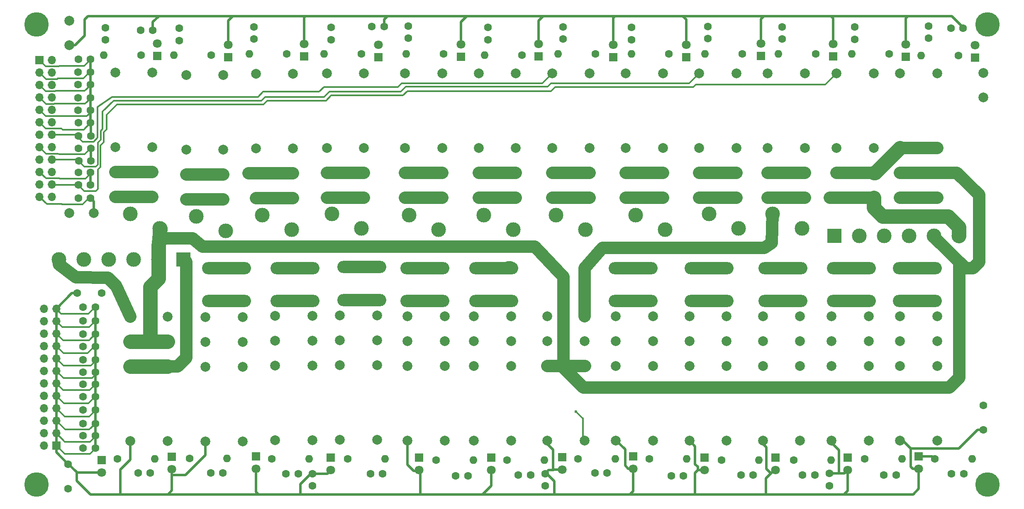
<source format=gbr>
G04 #@! TF.FileFunction,Copper,L2,Bot,Signal*
%FSLAX46Y46*%
G04 Gerber Fmt 4.6, Leading zero omitted, Abs format (unit mm)*
G04 Created by KiCad (PCBNEW 4.0.7) date 11/23/19 23:12:24*
%MOMM*%
%LPD*%
G01*
G04 APERTURE LIST*
%ADD10C,0.100000*%
%ADD11C,2.000000*%
%ADD12R,1.800000X1.800000*%
%ADD13C,1.800000*%
%ADD14C,1.600000*%
%ADD15C,5.000000*%
%ADD16O,1.600000X1.600000*%
%ADD17R,1.700000X1.700000*%
%ADD18O,1.700000X1.700000*%
%ADD19C,3.000000*%
%ADD20R,3.000000X3.000000*%
%ADD21C,1.700000*%
%ADD22O,10.000000X2.500000*%
%ADD23C,0.600000*%
%ADD24C,2.500000*%
%ADD25C,0.350000*%
%ADD26C,0.500000*%
%ADD27C,3.000000*%
G04 APERTURE END LIST*
D10*
D11*
X52100000Y-118100000D03*
X52100000Y-102860000D03*
X52100000Y-92700000D03*
X52100000Y-97780000D03*
X59700000Y-118100000D03*
X59700000Y-97780000D03*
X59700000Y-102860000D03*
X59700000Y-92700000D03*
D12*
X154690000Y-121200000D03*
D13*
X154690000Y-123740000D03*
D14*
X41500000Y-40100000D03*
X44000000Y-40100000D03*
X41450000Y-42700000D03*
X43950000Y-42700000D03*
X41450000Y-45300000D03*
X43950000Y-45300000D03*
X41450000Y-47950000D03*
X43950000Y-47950000D03*
X41450000Y-50500000D03*
X43950000Y-50500000D03*
X41500000Y-53100000D03*
X44000000Y-53100000D03*
X41540000Y-55790000D03*
X44040000Y-55790000D03*
X41560000Y-58340000D03*
X44060000Y-58340000D03*
X41600000Y-60830000D03*
X44100000Y-60830000D03*
X41500000Y-63250000D03*
X44000000Y-63250000D03*
D11*
X226150000Y-47900000D03*
X226150000Y-42900000D03*
D14*
X41500000Y-65750000D03*
X44000000Y-65750000D03*
X42500000Y-90750000D03*
X45000000Y-90750000D03*
X185100000Y-36000000D03*
X185100000Y-33500000D03*
X170000000Y-35900000D03*
X170000000Y-33400000D03*
X154400000Y-36100000D03*
X154400000Y-33600000D03*
X140400000Y-36000000D03*
X140400000Y-33500000D03*
X125100000Y-36100000D03*
X125100000Y-33600000D03*
X108800000Y-35800000D03*
X108800000Y-33300000D03*
X93100000Y-36100000D03*
X93100000Y-33600000D03*
X77300000Y-36000000D03*
X77300000Y-33500000D03*
X62100000Y-36300000D03*
X62100000Y-33800000D03*
X47000000Y-36150000D03*
X47000000Y-33650000D03*
D11*
X39675000Y-32250000D03*
X39675000Y-37250000D03*
X39650000Y-71500000D03*
X44650000Y-71500000D03*
D14*
X41500000Y-68500000D03*
X44000000Y-68500000D03*
X54200000Y-34150000D03*
X56700000Y-34150000D03*
X219550000Y-33750000D03*
X222050000Y-33750000D03*
X101400000Y-33450000D03*
X103900000Y-33450000D03*
X215050000Y-35800000D03*
X215050000Y-33300000D03*
X199950000Y-36050000D03*
X199950000Y-33550000D03*
D12*
X57650000Y-39450000D03*
D13*
X57650000Y-36910000D03*
D12*
X72100000Y-39650000D03*
D13*
X72100000Y-37110000D03*
D12*
X87600000Y-39550000D03*
D13*
X87600000Y-37010000D03*
D12*
X102700000Y-39650000D03*
D13*
X102700000Y-37110000D03*
D12*
X119600000Y-39600000D03*
D13*
X119600000Y-37060000D03*
D12*
X135400000Y-39550000D03*
D13*
X135400000Y-37010000D03*
D12*
X150700000Y-39700000D03*
D13*
X150700000Y-37160000D03*
D12*
X165550000Y-39650000D03*
D13*
X165550000Y-37110000D03*
D12*
X180800000Y-39450000D03*
D13*
X180800000Y-36910000D03*
D12*
X195550000Y-39550000D03*
D13*
X195550000Y-37010000D03*
D12*
X224520000Y-39810000D03*
D13*
X224520000Y-37270000D03*
D12*
X210310000Y-39620000D03*
D13*
X210310000Y-37080000D03*
D15*
X33000000Y-33000000D03*
X33000000Y-127000000D03*
X227000000Y-33000000D03*
X227000000Y-127000000D03*
D14*
X54350000Y-39300000D03*
D16*
X46730000Y-39300000D03*
D14*
X68600000Y-39250000D03*
D16*
X60980000Y-39250000D03*
D14*
X84000000Y-39000000D03*
D16*
X76380000Y-39000000D03*
D14*
X99250000Y-39000000D03*
D16*
X91630000Y-39000000D03*
D14*
X116000000Y-39000000D03*
D16*
X108380000Y-39000000D03*
D14*
X132000000Y-39300000D03*
D16*
X124380000Y-39300000D03*
D14*
X147000000Y-39000000D03*
D16*
X139380000Y-39000000D03*
D14*
X162000000Y-39000000D03*
D16*
X154380000Y-39000000D03*
D14*
X177000000Y-39000000D03*
D16*
X169380000Y-39000000D03*
D14*
X192000000Y-39000000D03*
D16*
X184380000Y-39000000D03*
D14*
X207000000Y-39000000D03*
D16*
X199380000Y-39000000D03*
D14*
X221090000Y-39320000D03*
D16*
X213470000Y-39320000D03*
D11*
X56632000Y-42832000D03*
X56632000Y-58072000D03*
X56632000Y-68232000D03*
X56632000Y-63152000D03*
X49032000Y-42832000D03*
X49032000Y-63152000D03*
X49032000Y-58072000D03*
X49032000Y-68232000D03*
X71110000Y-43340000D03*
X71110000Y-58580000D03*
X71110000Y-68740000D03*
X71110000Y-63660000D03*
X63510000Y-43340000D03*
X63510000Y-63660000D03*
X63510000Y-58580000D03*
X63510000Y-68740000D03*
X85334000Y-43086000D03*
X85334000Y-58326000D03*
X85334000Y-68486000D03*
X85334000Y-63406000D03*
X77734000Y-43086000D03*
X77734000Y-63406000D03*
X77734000Y-58326000D03*
X77734000Y-68486000D03*
X99800000Y-43000000D03*
X99800000Y-58240000D03*
X99800000Y-68400000D03*
X99800000Y-63320000D03*
X92200000Y-43000000D03*
X92200000Y-63320000D03*
X92200000Y-58240000D03*
X92200000Y-68400000D03*
X115800000Y-43000000D03*
X115800000Y-58240000D03*
X115800000Y-68400000D03*
X115800000Y-63320000D03*
X108200000Y-43000000D03*
X108200000Y-63320000D03*
X108200000Y-58240000D03*
X108200000Y-68400000D03*
X130800000Y-43000000D03*
X130800000Y-58240000D03*
X130800000Y-68400000D03*
X130800000Y-63320000D03*
X123200000Y-43000000D03*
X123200000Y-63320000D03*
X123200000Y-58240000D03*
X123200000Y-68400000D03*
X145800000Y-43000000D03*
X145800000Y-58240000D03*
X145800000Y-68400000D03*
X145800000Y-63320000D03*
X138200000Y-43000000D03*
X138200000Y-63320000D03*
X138200000Y-58240000D03*
X138200000Y-68400000D03*
X160800000Y-43000000D03*
X160800000Y-58240000D03*
X160800000Y-68400000D03*
X160800000Y-63320000D03*
X153200000Y-43000000D03*
X153200000Y-63320000D03*
X153200000Y-58240000D03*
X153200000Y-68400000D03*
X175800000Y-43000000D03*
X175800000Y-58240000D03*
X175800000Y-68400000D03*
X175800000Y-63320000D03*
X168200000Y-43000000D03*
X168200000Y-63320000D03*
X168200000Y-58240000D03*
X168200000Y-68400000D03*
X189800000Y-43000000D03*
X189800000Y-58240000D03*
X189800000Y-68400000D03*
X189800000Y-63320000D03*
X182200000Y-43000000D03*
X182200000Y-63320000D03*
X182200000Y-58240000D03*
X182200000Y-68400000D03*
X203800000Y-43000000D03*
X203800000Y-58240000D03*
X203800000Y-68400000D03*
X203800000Y-63320000D03*
X196200000Y-43000000D03*
X196200000Y-63320000D03*
X196200000Y-58240000D03*
X196200000Y-68400000D03*
X216800000Y-43000000D03*
X216800000Y-58240000D03*
X216800000Y-68400000D03*
X216800000Y-63320000D03*
X209200000Y-43000000D03*
X209200000Y-63320000D03*
X209200000Y-58240000D03*
X209200000Y-68400000D03*
D17*
X33600000Y-40300000D03*
D18*
X36140000Y-40300000D03*
X33600000Y-42840000D03*
X36140000Y-42840000D03*
X33600000Y-45380000D03*
X36140000Y-45380000D03*
X33600000Y-47920000D03*
X36140000Y-47920000D03*
X33600000Y-50460000D03*
X36140000Y-50460000D03*
X33600000Y-53000000D03*
X36140000Y-53000000D03*
X33600000Y-55540000D03*
X36140000Y-55540000D03*
X33600000Y-58080000D03*
X36140000Y-58080000D03*
X33600000Y-60620000D03*
X36140000Y-60620000D03*
X33600000Y-63160000D03*
X36140000Y-63160000D03*
X33600000Y-65700000D03*
X36140000Y-65700000D03*
X33600000Y-68240000D03*
X36140000Y-68240000D03*
D14*
X42500000Y-93500000D03*
X45000000Y-93500000D03*
X42500000Y-96250000D03*
X45000000Y-96250000D03*
X42500000Y-98750000D03*
X45000000Y-98750000D03*
X42500000Y-101500000D03*
X45000000Y-101500000D03*
X42500000Y-104000000D03*
X45000000Y-104000000D03*
X42500000Y-106500000D03*
X45000000Y-106500000D03*
X42500000Y-109000000D03*
X45000000Y-109000000D03*
X42500000Y-111750000D03*
X45000000Y-111750000D03*
X42500000Y-114500000D03*
X45000000Y-114500000D03*
X42500000Y-117000000D03*
X45000000Y-117000000D03*
X42500000Y-119500000D03*
X45000000Y-119500000D03*
X89250000Y-127250000D03*
X89250000Y-124750000D03*
X194800000Y-127200000D03*
X194800000Y-124700000D03*
X136750000Y-127250000D03*
X136750000Y-124750000D03*
X46250000Y-87900000D03*
X41250000Y-87900000D03*
X226200000Y-110800000D03*
X226200000Y-115800000D03*
X39400000Y-127800000D03*
X39400000Y-122800000D03*
X149400000Y-124600000D03*
X146900000Y-124600000D03*
X222200000Y-124800000D03*
X219700000Y-124800000D03*
X208400000Y-125000000D03*
X205900000Y-125000000D03*
X191800000Y-125000000D03*
X189300000Y-125000000D03*
X179200000Y-125000000D03*
X176700000Y-125000000D03*
X165000000Y-125200000D03*
X162500000Y-125200000D03*
X133800000Y-125000000D03*
X131300000Y-125000000D03*
X121000000Y-125200000D03*
X118500000Y-125200000D03*
X103600000Y-124800000D03*
X101100000Y-124800000D03*
X86400000Y-124800000D03*
X83900000Y-124800000D03*
X71000000Y-124600000D03*
X68500000Y-124600000D03*
X56200000Y-124600000D03*
X53700000Y-124600000D03*
D12*
X140270000Y-121350000D03*
D13*
X140270000Y-123890000D03*
D12*
X213000000Y-121250000D03*
D13*
X213000000Y-123790000D03*
D12*
X198500000Y-121500000D03*
D13*
X198500000Y-124040000D03*
D12*
X183750000Y-121500000D03*
D13*
X183750000Y-124040000D03*
D12*
X169250000Y-121500000D03*
D13*
X169250000Y-124040000D03*
D12*
X125750000Y-121500000D03*
D13*
X125750000Y-124040000D03*
D12*
X111000000Y-121500000D03*
D13*
X111000000Y-124040000D03*
D12*
X93000000Y-121500000D03*
D13*
X93000000Y-124040000D03*
D12*
X77750000Y-121250000D03*
D13*
X77750000Y-123790000D03*
D12*
X60617100Y-121272300D03*
D13*
X60617100Y-123812300D03*
D12*
X46250000Y-122000000D03*
D13*
X46250000Y-124540000D03*
D17*
X37000000Y-119000000D03*
D18*
X34460000Y-119000000D03*
X37000000Y-116460000D03*
X34460000Y-116460000D03*
X37000000Y-113920000D03*
X34460000Y-113920000D03*
X37000000Y-111380000D03*
X34460000Y-111380000D03*
X37000000Y-108840000D03*
X34460000Y-108840000D03*
X37000000Y-106300000D03*
X34460000Y-106300000D03*
X37000000Y-103760000D03*
X34460000Y-103760000D03*
X37000000Y-101220000D03*
X34460000Y-101220000D03*
X37000000Y-98680000D03*
X34460000Y-98680000D03*
X37000000Y-96140000D03*
X34460000Y-96140000D03*
X37000000Y-93600000D03*
X34460000Y-93600000D03*
X37000000Y-91060000D03*
X34460000Y-91060000D03*
D14*
X143500000Y-121760000D03*
D16*
X151120000Y-121760000D03*
D14*
X216250000Y-121750000D03*
D16*
X223870000Y-121750000D03*
D14*
X202000000Y-121750000D03*
D16*
X209620000Y-121750000D03*
D14*
X187500000Y-122000000D03*
D16*
X195120000Y-122000000D03*
D14*
X172750000Y-122000000D03*
D16*
X180370000Y-122000000D03*
D14*
X158000000Y-121770000D03*
D16*
X165620000Y-121770000D03*
D14*
X129000000Y-122000000D03*
D16*
X136620000Y-122000000D03*
D14*
X114500000Y-122000000D03*
D16*
X122120000Y-122000000D03*
D14*
X96500000Y-121750000D03*
D16*
X104120000Y-121750000D03*
D14*
X81000000Y-121750000D03*
D16*
X88620000Y-121750000D03*
D14*
X64178180Y-121678700D03*
D16*
X71798180Y-121678700D03*
D14*
X49500000Y-121750000D03*
D16*
X57120000Y-121750000D03*
D11*
X67450000Y-118150000D03*
X67450000Y-102910000D03*
X67450000Y-92750000D03*
X67450000Y-97830000D03*
X75050000Y-118150000D03*
X75050000Y-97830000D03*
X75050000Y-102910000D03*
X75050000Y-92750000D03*
X81700000Y-117950000D03*
X81700000Y-102710000D03*
X81700000Y-92550000D03*
X81700000Y-97630000D03*
X89300000Y-117950000D03*
X89300000Y-97630000D03*
X89300000Y-102710000D03*
X89300000Y-92550000D03*
X94850000Y-117800000D03*
X94850000Y-102560000D03*
X94850000Y-92400000D03*
X94850000Y-97480000D03*
X102450000Y-117800000D03*
X102450000Y-97480000D03*
X102450000Y-102560000D03*
X102450000Y-92400000D03*
X108700000Y-118000000D03*
X108700000Y-102760000D03*
X108700000Y-92600000D03*
X108700000Y-97680000D03*
X116300000Y-118000000D03*
X116300000Y-97680000D03*
X116300000Y-102760000D03*
X116300000Y-92600000D03*
X122200000Y-118000000D03*
X122200000Y-102760000D03*
X122200000Y-92600000D03*
X122200000Y-97680000D03*
X129800000Y-118000000D03*
X129800000Y-97680000D03*
X129800000Y-102760000D03*
X129800000Y-92600000D03*
X151200000Y-118000000D03*
X151200000Y-102760000D03*
X151200000Y-92600000D03*
X151200000Y-97680000D03*
X158800000Y-118000000D03*
X158800000Y-97680000D03*
X158800000Y-102760000D03*
X158800000Y-92600000D03*
X166200000Y-118000000D03*
X166200000Y-102760000D03*
X166200000Y-92600000D03*
X166200000Y-97680000D03*
X173800000Y-118000000D03*
X173800000Y-97680000D03*
X173800000Y-102760000D03*
X173800000Y-92600000D03*
X181200000Y-118000000D03*
X181200000Y-102760000D03*
X181200000Y-92600000D03*
X181200000Y-97680000D03*
X188800000Y-118000000D03*
X188800000Y-97680000D03*
X188800000Y-102760000D03*
X188800000Y-92600000D03*
X195200000Y-118000000D03*
X195200000Y-102760000D03*
X195200000Y-92600000D03*
X195200000Y-97680000D03*
X202800000Y-118000000D03*
X202800000Y-97680000D03*
X202800000Y-102760000D03*
X202800000Y-92600000D03*
X209200000Y-118000000D03*
X209200000Y-102760000D03*
X209200000Y-92600000D03*
X209200000Y-97680000D03*
X216800000Y-118000000D03*
X216800000Y-97680000D03*
X216800000Y-102760000D03*
X216800000Y-92600000D03*
X137200000Y-118000000D03*
X137200000Y-102760000D03*
X137200000Y-92600000D03*
X137200000Y-97680000D03*
X144800000Y-118000000D03*
X144800000Y-97680000D03*
X144800000Y-102760000D03*
X144800000Y-92600000D03*
D19*
X200880000Y-76200000D03*
X205960000Y-76200000D03*
D20*
X195800000Y-76200000D03*
D19*
X211040000Y-76200000D03*
X216120000Y-76200000D03*
X221200000Y-76200000D03*
X57870000Y-81000000D03*
X52790000Y-81000000D03*
D20*
X62950000Y-81000000D03*
D19*
X47710000Y-81000000D03*
X42630000Y-81000000D03*
X37550000Y-81000000D03*
X124254000Y-71906000D03*
X130254000Y-74906000D03*
X52118000Y-71652000D03*
X58118000Y-74652000D03*
X138986000Y-71906000D03*
X144986000Y-74906000D03*
X65580000Y-72160000D03*
X71580000Y-75160000D03*
X155242000Y-71906000D03*
X161242000Y-74906000D03*
X79042000Y-71906000D03*
X85042000Y-74906000D03*
X93266000Y-71652000D03*
X99266000Y-74652000D03*
X170228000Y-71652000D03*
X176228000Y-74652000D03*
X183182000Y-71652000D03*
X189182000Y-74652000D03*
X109014000Y-71906000D03*
X115014000Y-74906000D03*
D21*
X123254000Y-89492000D03*
X126254000Y-89492000D03*
X129254000Y-89492000D03*
X123254000Y-82639000D03*
X126254000Y-82639000D03*
X129254000Y-82639000D03*
D22*
X126250000Y-89500000D03*
X126250000Y-82750000D03*
D21*
X209754000Y-89492000D03*
X212754000Y-89492000D03*
X215754000Y-89492000D03*
X209754000Y-82639000D03*
X212754000Y-82639000D03*
X215754000Y-82639000D03*
D22*
X212750000Y-89500000D03*
X212750000Y-82750000D03*
D21*
X196254000Y-89492000D03*
X199254000Y-89492000D03*
X202254000Y-89492000D03*
X196254000Y-82639000D03*
X199254000Y-82639000D03*
X202254000Y-82639000D03*
D22*
X199250000Y-89500000D03*
X199250000Y-82750000D03*
D21*
X109254000Y-89492000D03*
X112254000Y-89492000D03*
X115254000Y-89492000D03*
X109254000Y-82639000D03*
X112254000Y-82639000D03*
X115254000Y-82639000D03*
D22*
X112250000Y-89500000D03*
X112250000Y-82750000D03*
D21*
X96354000Y-89292000D03*
X99354000Y-89292000D03*
X102354000Y-89292000D03*
X96354000Y-82439000D03*
X99354000Y-82439000D03*
X102354000Y-82439000D03*
D22*
X99350000Y-89300000D03*
X99350000Y-82550000D03*
D21*
X182254000Y-89492000D03*
X185254000Y-89492000D03*
X188254000Y-89492000D03*
X182254000Y-82639000D03*
X185254000Y-82639000D03*
X188254000Y-82639000D03*
D22*
X185250000Y-89500000D03*
X185250000Y-82750000D03*
D21*
X82754000Y-89492000D03*
X85754000Y-89492000D03*
X88754000Y-89492000D03*
X82754000Y-82639000D03*
X85754000Y-82639000D03*
X88754000Y-82639000D03*
D22*
X85750000Y-89500000D03*
X85750000Y-82750000D03*
D21*
X167254000Y-89492000D03*
X170254000Y-89492000D03*
X173254000Y-89492000D03*
X167254000Y-82639000D03*
X170254000Y-82639000D03*
X173254000Y-82639000D03*
D22*
X170250000Y-89500000D03*
X170250000Y-82750000D03*
D21*
X151754000Y-89492000D03*
X154754000Y-89492000D03*
X157754000Y-89492000D03*
X151754000Y-82639000D03*
X154754000Y-82639000D03*
X157754000Y-82639000D03*
D22*
X154750000Y-89500000D03*
X154750000Y-82750000D03*
D21*
X68754000Y-89492000D03*
X71754000Y-89492000D03*
X74754000Y-89492000D03*
X68754000Y-82639000D03*
X71754000Y-82639000D03*
X74754000Y-82639000D03*
D22*
X71750000Y-89500000D03*
X71750000Y-82750000D03*
D23*
X143010000Y-112060000D03*
D24*
X129629000Y-82639000D02*
X129254000Y-82639000D01*
D25*
X36140000Y-55540000D02*
X41290000Y-55540000D01*
X41290000Y-55540000D02*
X41540000Y-55790000D01*
X41540000Y-55790000D02*
X41540000Y-56130000D01*
X41540000Y-56130000D02*
X42390000Y-56980000D01*
X136170000Y-45030000D02*
X138200000Y-43000000D01*
X107460000Y-45030000D02*
X136170000Y-45030000D01*
X106730000Y-45760000D02*
X107460000Y-45030000D01*
X91630000Y-45760000D02*
X106730000Y-45760000D01*
X90640000Y-46750000D02*
X91630000Y-45760000D01*
X79240000Y-46750000D02*
X90640000Y-46750000D01*
X78210000Y-47780000D02*
X79240000Y-46750000D01*
X48380000Y-47780000D02*
X78210000Y-47780000D01*
X45410000Y-49860000D02*
X48380000Y-47780000D01*
X45410000Y-56090000D02*
X45410000Y-49860000D01*
X44700000Y-57000000D02*
X45410000Y-56090000D01*
X42390000Y-56980000D02*
X44700000Y-57000000D01*
D26*
X56700000Y-34150000D02*
X56700000Y-32510000D01*
X56700000Y-32510000D02*
X57930000Y-31280000D01*
X72100000Y-37110000D02*
X72100000Y-32230000D01*
X72100000Y-32230000D02*
X73050000Y-31280000D01*
X87600000Y-37010000D02*
X87600000Y-31590000D01*
X87600000Y-31590000D02*
X87910000Y-31280000D01*
X103900000Y-33450000D02*
X103900000Y-31970000D01*
X103900000Y-31970000D02*
X104590000Y-31280000D01*
X119600000Y-37060000D02*
X119600000Y-32460000D01*
X119600000Y-32460000D02*
X120780000Y-31280000D01*
X135400000Y-37010000D02*
X135400000Y-32270000D01*
X135400000Y-32270000D02*
X136390000Y-31280000D01*
X150700000Y-37160000D02*
X150700000Y-31680000D01*
X150700000Y-31680000D02*
X151100000Y-31280000D01*
X165550000Y-37110000D02*
X165550000Y-32000000D01*
X165550000Y-32000000D02*
X164830000Y-31280000D01*
X180800000Y-36910000D02*
X180800000Y-31870000D01*
X180800000Y-31870000D02*
X181390000Y-31280000D01*
X195550000Y-37010000D02*
X195550000Y-31690000D01*
X195550000Y-31690000D02*
X195140000Y-31280000D01*
X210310000Y-37080000D02*
X210310000Y-31770000D01*
X210310000Y-31770000D02*
X210800000Y-31280000D01*
X222050000Y-33750000D02*
X222050000Y-33570000D01*
X222050000Y-33570000D02*
X219760000Y-31280000D01*
X210800000Y-31280000D02*
X219760000Y-31280000D01*
X39675000Y-37250000D02*
X40810000Y-37250000D01*
X40810000Y-37250000D02*
X42790000Y-35270000D01*
X42790000Y-35270000D02*
X42790000Y-31960000D01*
X42790000Y-31960000D02*
X43470000Y-31280000D01*
X43470000Y-31280000D02*
X57930000Y-31280000D01*
X57930000Y-31280000D02*
X73050000Y-31280000D01*
X73050000Y-31280000D02*
X87910000Y-31280000D01*
X87910000Y-31280000D02*
X104590000Y-31280000D01*
X104590000Y-31280000D02*
X120780000Y-31280000D01*
X120780000Y-31280000D02*
X136390000Y-31280000D01*
X136390000Y-31280000D02*
X151100000Y-31280000D01*
X151100000Y-31280000D02*
X164830000Y-31280000D01*
X164830000Y-31280000D02*
X181390000Y-31280000D01*
X181390000Y-31280000D02*
X195140000Y-31280000D01*
X195140000Y-31280000D02*
X210800000Y-31280000D01*
X43950000Y-42700000D02*
X43950000Y-40150000D01*
X43950000Y-40150000D02*
X44000000Y-40100000D01*
X43950000Y-45300000D02*
X43950000Y-42700000D01*
X43950000Y-47950000D02*
X43950000Y-45300000D01*
X43950000Y-50500000D02*
X43950000Y-47950000D01*
X44000000Y-53100000D02*
X44000000Y-50550000D01*
X44000000Y-50550000D02*
X43950000Y-50500000D01*
X44040000Y-55790000D02*
X44040000Y-53140000D01*
X44040000Y-53140000D02*
X44000000Y-53100000D01*
X44100000Y-60830000D02*
X44100000Y-58380000D01*
X44100000Y-58380000D02*
X44060000Y-58340000D01*
X44000000Y-65750000D02*
X44000000Y-63250000D01*
X44650000Y-71500000D02*
X44650000Y-69150000D01*
X44650000Y-69150000D02*
X44000000Y-68500000D01*
D25*
X44000000Y-68500000D02*
X43630000Y-68500000D01*
X43630000Y-68500000D02*
X42410000Y-69720000D01*
X35060000Y-69700000D02*
X33600000Y-68240000D01*
X38120000Y-69700000D02*
X35060000Y-69700000D01*
X38140000Y-69720000D02*
X38120000Y-69700000D01*
X42410000Y-69720000D02*
X38140000Y-69720000D01*
X44000000Y-63250000D02*
X44000000Y-63460000D01*
X44000000Y-63460000D02*
X42980000Y-64480000D01*
X34890000Y-64450000D02*
X33600000Y-63160000D01*
X37650000Y-64450000D02*
X34890000Y-64450000D01*
X37680000Y-64480000D02*
X37650000Y-64450000D01*
X42980000Y-64480000D02*
X37680000Y-64480000D01*
X44060000Y-58340000D02*
X43990000Y-58340000D01*
X43990000Y-58340000D02*
X42800000Y-59530000D01*
X34900000Y-59380000D02*
X33600000Y-58080000D01*
X37380000Y-59380000D02*
X34900000Y-59380000D01*
X37530000Y-59530000D02*
X37380000Y-59380000D01*
X42800000Y-59530000D02*
X37530000Y-59530000D01*
X44000000Y-53100000D02*
X43980000Y-53100000D01*
X43980000Y-53100000D02*
X42610000Y-54470000D01*
X34850000Y-54250000D02*
X33600000Y-53000000D01*
X38050000Y-54250000D02*
X34850000Y-54250000D01*
X38270000Y-54470000D02*
X38050000Y-54250000D01*
X42610000Y-54470000D02*
X38270000Y-54470000D01*
X43950000Y-50500000D02*
X43950000Y-51010000D01*
X43950000Y-51010000D02*
X43220000Y-51740000D01*
X34850000Y-51710000D02*
X33600000Y-50460000D01*
X36870000Y-51710000D02*
X34850000Y-51710000D01*
X36900000Y-51740000D02*
X36870000Y-51710000D01*
X43220000Y-51740000D02*
X36900000Y-51740000D01*
X43950000Y-47950000D02*
X43950000Y-48120000D01*
X43950000Y-48120000D02*
X42890000Y-49180000D01*
X34910000Y-49230000D02*
X33600000Y-47920000D01*
X36540000Y-49230000D02*
X34910000Y-49230000D01*
X36590000Y-49180000D02*
X36540000Y-49230000D01*
X42890000Y-49180000D02*
X36590000Y-49180000D01*
X43950000Y-45300000D02*
X43950000Y-45430000D01*
X43950000Y-45430000D02*
X42800000Y-46580000D01*
X34870000Y-46650000D02*
X33600000Y-45380000D01*
X36820000Y-46650000D02*
X34870000Y-46650000D01*
X36890000Y-46580000D02*
X36820000Y-46650000D01*
X42800000Y-46580000D02*
X36890000Y-46580000D01*
X43950000Y-42700000D02*
X43830000Y-42700000D01*
X43830000Y-42700000D02*
X42520000Y-44010000D01*
X34900000Y-44140000D02*
X33600000Y-42840000D01*
X37190000Y-44140000D02*
X34900000Y-44140000D01*
X37320000Y-44010000D02*
X37190000Y-44140000D01*
X42520000Y-44010000D02*
X37320000Y-44010000D01*
X44000000Y-40100000D02*
X44000000Y-40160000D01*
X44000000Y-40160000D02*
X42720000Y-41440000D01*
X42720000Y-41440000D02*
X37660000Y-41440000D01*
X37660000Y-41440000D02*
X37530000Y-41570000D01*
X37530000Y-41570000D02*
X34870000Y-41570000D01*
X34870000Y-41570000D02*
X33600000Y-40300000D01*
X36140000Y-60620000D02*
X41390000Y-60620000D01*
X41390000Y-60620000D02*
X41600000Y-60830000D01*
X41600000Y-60830000D02*
X41600000Y-60940000D01*
X41600000Y-60940000D02*
X42710000Y-62050000D01*
X42710000Y-62050000D02*
X45070000Y-62050000D01*
X45070000Y-62050000D02*
X45480000Y-61640000D01*
X45480000Y-61640000D02*
X45480000Y-57100000D01*
X45480000Y-57100000D02*
X46070000Y-56510000D01*
X46070000Y-56510000D02*
X46070000Y-54730000D01*
X46070000Y-54730000D02*
X46470000Y-54330000D01*
X46470000Y-54330000D02*
X46470000Y-50760000D01*
X46470000Y-50760000D02*
X48690000Y-48540000D01*
X48690000Y-48540000D02*
X78830000Y-48540000D01*
X78830000Y-48540000D02*
X79590000Y-47780000D01*
X79590000Y-47780000D02*
X91670000Y-47780000D01*
X91670000Y-47780000D02*
X92740000Y-46710000D01*
X92740000Y-46710000D02*
X107330000Y-46710000D01*
X107330000Y-46710000D02*
X108360000Y-45680000D01*
X108360000Y-45680000D02*
X137270000Y-45680000D01*
X137270000Y-45680000D02*
X137920000Y-45030000D01*
X137920000Y-45030000D02*
X166170000Y-45030000D01*
X166170000Y-45030000D02*
X168200000Y-43000000D01*
D24*
X140462000Y-102760000D02*
X140462000Y-103124000D01*
X221234000Y-81534000D02*
X222504000Y-82804000D01*
X221234000Y-105156000D02*
X221234000Y-81534000D01*
X219202000Y-107188000D02*
X221234000Y-105156000D01*
X144526000Y-107188000D02*
X219202000Y-107188000D01*
X140462000Y-103124000D02*
X144526000Y-107188000D01*
X140462000Y-102760000D02*
X140462000Y-102760000D01*
X140462000Y-102760000D02*
X140462000Y-84582000D01*
X57998380Y-76708000D02*
X57998380Y-76708005D01*
X64770000Y-76708000D02*
X57998380Y-76708000D01*
X66856000Y-78394000D02*
X64770000Y-76708000D01*
X134674000Y-78394000D02*
X66856000Y-78394000D01*
X140462000Y-84582000D02*
X134674000Y-78394000D01*
X137200000Y-102760000D02*
X140462000Y-102760000D01*
X140462000Y-102760000D02*
X144924000Y-102760000D01*
X144924000Y-102760000D02*
X144800000Y-102760000D01*
X216800000Y-63320000D02*
X220800000Y-63320000D01*
X220800000Y-63320000D02*
X225298000Y-67818000D01*
X225298000Y-67818000D02*
X225298000Y-81534000D01*
X225298000Y-81534000D02*
X224028000Y-82804000D01*
X224028000Y-82804000D02*
X222504000Y-82804000D01*
X222504000Y-82804000D02*
X216120000Y-76420000D01*
X216120000Y-76420000D02*
X216120000Y-76200000D01*
X209200000Y-63320000D02*
X216800000Y-63320000D01*
D27*
X57870000Y-81000000D02*
X57870000Y-84878000D01*
X56160000Y-86588000D02*
X56160000Y-97780000D01*
X57870000Y-84878000D02*
X56160000Y-86588000D01*
X59700000Y-97780000D02*
X56160000Y-97780000D01*
X56160000Y-97780000D02*
X52100000Y-97780000D01*
D24*
X49032000Y-63152000D02*
X56632000Y-63152000D01*
X216120000Y-76200000D02*
X216120000Y-76420000D01*
D27*
X58118000Y-74652000D02*
X58188000Y-74652000D01*
X58188000Y-74652000D02*
X57998380Y-76708005D01*
X57998380Y-76708005D02*
X57913308Y-77630421D01*
X57870000Y-78100000D02*
X57870000Y-81000000D01*
X57913308Y-77630421D02*
X57870000Y-78100000D01*
D25*
X41500000Y-65750000D02*
X36190000Y-65750000D01*
X36190000Y-65750000D02*
X36140000Y-65700000D01*
X41500000Y-65750000D02*
X41500000Y-65890000D01*
X41500000Y-65890000D02*
X42670000Y-67060000D01*
X193910000Y-45290000D02*
X196200000Y-43000000D01*
X167500000Y-45290000D02*
X193910000Y-45290000D01*
X166990000Y-45800000D02*
X167500000Y-45290000D01*
X138780000Y-45800000D02*
X166990000Y-45800000D01*
X137980000Y-46600000D02*
X138780000Y-45800000D01*
X108640000Y-46600000D02*
X137980000Y-46600000D01*
X107740000Y-47500000D02*
X108640000Y-46600000D01*
X93120000Y-47500000D02*
X107740000Y-47500000D01*
X92080000Y-48540000D02*
X93120000Y-47500000D01*
X80040000Y-48540000D02*
X92080000Y-48540000D01*
X79270000Y-49310000D02*
X80040000Y-48540000D01*
X49420000Y-49310000D02*
X79270000Y-49310000D01*
X47250000Y-51480000D02*
X49420000Y-49310000D01*
X47250000Y-54420000D02*
X47250000Y-51480000D01*
X46690000Y-54980000D02*
X47250000Y-54420000D01*
X46690000Y-57050000D02*
X46690000Y-54980000D01*
X46030002Y-57709998D02*
X46690000Y-57050000D01*
X46030002Y-62089998D02*
X46030002Y-57709998D01*
X45510000Y-62610000D02*
X46030002Y-62089998D01*
X45510000Y-66610000D02*
X45510000Y-62610000D01*
X45060000Y-67060000D02*
X45510000Y-66610000D01*
X42670000Y-67060000D02*
X45060000Y-67060000D01*
D24*
X56632000Y-68232000D02*
X49032000Y-68232000D01*
X71110000Y-68740000D02*
X63510000Y-68740000D01*
X85334000Y-68486000D02*
X77734000Y-68486000D01*
X99800000Y-68400000D02*
X92200000Y-68400000D01*
X130800000Y-68400000D02*
X123200000Y-68400000D01*
X145800000Y-68400000D02*
X138200000Y-68400000D01*
X160800000Y-68400000D02*
X153200000Y-68400000D01*
X168200000Y-68400000D02*
X175800000Y-68400000D01*
X182200000Y-68400000D02*
X189800000Y-68400000D01*
X115800000Y-68400000D02*
X108200000Y-68400000D01*
D25*
X144420000Y-113470000D02*
X144510000Y-113470000D01*
X143010000Y-112060000D02*
X144420000Y-113470000D01*
X144510000Y-117710000D02*
X144800000Y-118000000D01*
X144510000Y-113470000D02*
X144510000Y-117710000D01*
D26*
X226200000Y-115800000D02*
X225040000Y-115800000D01*
X221230000Y-119610000D02*
X211340000Y-119610000D01*
X225040000Y-115800000D02*
X221230000Y-119610000D01*
X209200000Y-118000000D02*
X209730000Y-118000000D01*
X209730000Y-118000000D02*
X211340000Y-119610000D01*
X211340000Y-119610000D02*
X211340000Y-123380000D01*
X211340000Y-123380000D02*
X211750000Y-123790000D01*
X211750000Y-123790000D02*
X213000000Y-123790000D01*
X195200000Y-118000000D02*
X195200000Y-118420000D01*
X195200000Y-118420000D02*
X196730000Y-119950000D01*
X196730000Y-119950000D02*
X196730000Y-124700000D01*
X198500000Y-124040000D02*
X198500000Y-128230000D01*
X198500000Y-128230000D02*
X197760000Y-128970000D01*
X194800000Y-124700000D02*
X196730000Y-124700000D01*
X196730000Y-124700000D02*
X197840000Y-124700000D01*
X197840000Y-124700000D02*
X198500000Y-124040000D01*
X181200000Y-118000000D02*
X181200000Y-118650000D01*
X181200000Y-118650000D02*
X181890000Y-119340000D01*
X181890000Y-119340000D02*
X181890000Y-123800000D01*
X181890000Y-123800000D02*
X182800000Y-124710000D01*
X183750000Y-124040000D02*
X183470000Y-124040000D01*
X183470000Y-124040000D02*
X182800000Y-124710000D01*
X182800000Y-124710000D02*
X181810000Y-125700000D01*
X181810000Y-125700000D02*
X181810000Y-128970000D01*
X167900000Y-124040000D02*
X167900000Y-123340000D01*
X167360000Y-119160000D02*
X166200000Y-118000000D01*
X167360000Y-122800000D02*
X167360000Y-119160000D01*
X167900000Y-123340000D02*
X167360000Y-122800000D01*
X169250000Y-124040000D02*
X167900000Y-124040000D01*
X167310000Y-124630000D02*
X167310000Y-128970000D01*
X167900000Y-124040000D02*
X167310000Y-124630000D01*
X154690000Y-123740000D02*
X154690000Y-128320000D01*
X154690000Y-128320000D02*
X154040000Y-128970000D01*
X151200000Y-118000000D02*
X151280000Y-118000000D01*
X151280000Y-118000000D02*
X153080000Y-119800000D01*
X153080000Y-119800000D02*
X153080000Y-123080000D01*
X153080000Y-123080000D02*
X153740000Y-123740000D01*
X153740000Y-123740000D02*
X154690000Y-123740000D01*
X140270000Y-123890000D02*
X138530000Y-123890000D01*
X138530000Y-123890000D02*
X138380000Y-124040000D01*
X137200000Y-118000000D02*
X137200000Y-118680000D01*
X137200000Y-118680000D02*
X138380000Y-119860000D01*
X138380000Y-119860000D02*
X138380000Y-124040000D01*
X138380000Y-124040000D02*
X137460000Y-124040000D01*
X137460000Y-124040000D02*
X136750000Y-124750000D01*
X136750000Y-124750000D02*
X137140000Y-124750000D01*
X137140000Y-124750000D02*
X138680000Y-126290000D01*
X138680000Y-126290000D02*
X138680000Y-128970000D01*
X125750000Y-124040000D02*
X125750000Y-127240000D01*
X125750000Y-127240000D02*
X124020000Y-128970000D01*
X108700000Y-118000000D02*
X108700000Y-122920000D01*
X109970000Y-124190000D02*
X110850000Y-124190000D01*
X108700000Y-122920000D02*
X109970000Y-124190000D01*
X110850000Y-124190000D02*
X111000000Y-124040000D01*
X111260000Y-128970000D02*
X111260000Y-124300000D01*
X111260000Y-124300000D02*
X111000000Y-124040000D01*
X89250000Y-124750000D02*
X92290000Y-124750000D01*
X92290000Y-124750000D02*
X93000000Y-124040000D01*
X89250000Y-124750000D02*
X88960000Y-124750000D01*
X88960000Y-124750000D02*
X86810000Y-126900000D01*
X86810000Y-126900000D02*
X86810000Y-128970000D01*
X77750000Y-123790000D02*
X77750000Y-128490000D01*
X77750000Y-128490000D02*
X78230000Y-128970000D01*
X67450000Y-118150000D02*
X67450000Y-120990000D01*
X63400000Y-125040000D02*
X60617100Y-125040000D01*
X67450000Y-120990000D02*
X63400000Y-125040000D01*
X52100000Y-118100000D02*
X52100000Y-121900000D01*
X50100000Y-123900000D02*
X50100000Y-128970000D01*
X52100000Y-121900000D02*
X50100000Y-123900000D01*
X60617100Y-123812300D02*
X60617100Y-125040000D01*
X60617100Y-125040000D02*
X60617100Y-128172900D01*
X60617100Y-128172900D02*
X59820000Y-128970000D01*
X41180000Y-124470000D02*
X41180000Y-126180000D01*
X213000000Y-127810000D02*
X213000000Y-123790000D01*
X211840000Y-128970000D02*
X213000000Y-127810000D01*
X197760000Y-128970000D02*
X211840000Y-128970000D01*
X154040000Y-128970000D02*
X167310000Y-128970000D01*
X167310000Y-128970000D02*
X181810000Y-128970000D01*
X181810000Y-128970000D02*
X197760000Y-128970000D01*
X124020000Y-128970000D02*
X138680000Y-128970000D01*
X138680000Y-128970000D02*
X154040000Y-128970000D01*
X78230000Y-128970000D02*
X86810000Y-128970000D01*
X86810000Y-128970000D02*
X111260000Y-128970000D01*
X111260000Y-128970000D02*
X124020000Y-128970000D01*
X43970000Y-128970000D02*
X50100000Y-128970000D01*
X50100000Y-128970000D02*
X59820000Y-128970000D01*
X59820000Y-128970000D02*
X78230000Y-128970000D01*
X41180000Y-126180000D02*
X43970000Y-128970000D01*
X37000000Y-101220000D02*
X37000000Y-98680000D01*
X37000000Y-103760000D02*
X37000000Y-101220000D01*
X37000000Y-106300000D02*
X37000000Y-103760000D01*
X37000000Y-108840000D02*
X37000000Y-106300000D01*
X37000000Y-111380000D02*
X37000000Y-108840000D01*
X37000000Y-113920000D02*
X37000000Y-111380000D01*
X37000000Y-116460000D02*
X37000000Y-113920000D01*
X37000000Y-119000000D02*
X37000000Y-116460000D01*
X39400000Y-122800000D02*
X39510000Y-122800000D01*
X39510000Y-122800000D02*
X41180000Y-124470000D01*
X41180000Y-124470000D02*
X41250000Y-124540000D01*
X41250000Y-124540000D02*
X46250000Y-124540000D01*
X37000000Y-119000000D02*
X37000000Y-120400000D01*
X37000000Y-120400000D02*
X39400000Y-122800000D01*
X45000000Y-117000000D02*
X45000000Y-119500000D01*
X45000000Y-114500000D02*
X45000000Y-117000000D01*
X45000000Y-111750000D02*
X45000000Y-114500000D01*
X45000000Y-109000000D02*
X45000000Y-111750000D01*
X45000000Y-109000000D02*
X45000000Y-106500000D01*
X45000000Y-106500000D02*
X45000000Y-104000000D01*
X45000000Y-101500000D02*
X45000000Y-104000000D01*
X45000000Y-98750000D02*
X45000000Y-101500000D01*
X45000000Y-96250000D02*
X45000000Y-98750000D01*
X45000000Y-93500000D02*
X45000000Y-96250000D01*
X45000000Y-90750000D02*
X45000000Y-93500000D01*
X37000000Y-96140000D02*
X37000000Y-98680000D01*
X37000000Y-93600000D02*
X37000000Y-96140000D01*
X41250000Y-87900000D02*
X40160000Y-87900000D01*
X40160000Y-87900000D02*
X37000000Y-91060000D01*
X37000000Y-91060000D02*
X37000000Y-93600000D01*
D25*
X45000000Y-90750000D02*
X44900000Y-90750000D01*
X44900000Y-90750000D02*
X43580000Y-92070000D01*
X43580000Y-92070000D02*
X38010000Y-92070000D01*
X38010000Y-92070000D02*
X37000000Y-91060000D01*
X45000000Y-93500000D02*
X45000000Y-93560000D01*
X45000000Y-93560000D02*
X43770000Y-94790000D01*
X38190000Y-94790000D02*
X37000000Y-93600000D01*
X43770000Y-94790000D02*
X38190000Y-94790000D01*
X45000000Y-96250000D02*
X44950000Y-96250000D01*
X44950000Y-96250000D02*
X43700000Y-97500000D01*
X38360000Y-97500000D02*
X37000000Y-96140000D01*
X43700000Y-97500000D02*
X38360000Y-97500000D01*
X45000000Y-98750000D02*
X44770000Y-98750000D01*
X44770000Y-98750000D02*
X43400000Y-100120000D01*
X43400000Y-100120000D02*
X38440000Y-100120000D01*
X38440000Y-100120000D02*
X37000000Y-98680000D01*
X45000000Y-101500000D02*
X45000000Y-101770000D01*
X45000000Y-101770000D02*
X44070000Y-102700000D01*
X38480000Y-102700000D02*
X37000000Y-101220000D01*
X44070000Y-102700000D02*
X38480000Y-102700000D01*
X45000000Y-104000000D02*
X45000000Y-104530000D01*
X45000000Y-104530000D02*
X44330000Y-105200000D01*
X38440000Y-105200000D02*
X37000000Y-103760000D01*
X44330000Y-105200000D02*
X38440000Y-105200000D01*
X45000000Y-106500000D02*
X44990000Y-106500000D01*
X44990000Y-106500000D02*
X43790000Y-107700000D01*
X38400000Y-107700000D02*
X37000000Y-106300000D01*
X43790000Y-107700000D02*
X38400000Y-107700000D01*
X45000000Y-109000000D02*
X44920000Y-109000000D01*
X44920000Y-109000000D02*
X43550000Y-110370000D01*
X38530000Y-110370000D02*
X37000000Y-108840000D01*
X43550000Y-110370000D02*
X38530000Y-110370000D01*
X45000000Y-111750000D02*
X45000000Y-111850000D01*
X45000000Y-111850000D02*
X43750000Y-113100000D01*
X38720000Y-113100000D02*
X37000000Y-111380000D01*
X43750000Y-113100000D02*
X38720000Y-113100000D01*
X45000000Y-114500000D02*
X44990000Y-114500000D01*
X44990000Y-114500000D02*
X43770000Y-115720000D01*
X38800000Y-115720000D02*
X37000000Y-113920000D01*
X43770000Y-115720000D02*
X38800000Y-115720000D01*
X45000000Y-117000000D02*
X45000000Y-117130000D01*
X45000000Y-117130000D02*
X43910000Y-118220000D01*
X38760000Y-118220000D02*
X37000000Y-116460000D01*
X43910000Y-118220000D02*
X38760000Y-118220000D01*
X45000000Y-119500000D02*
X45000000Y-119650000D01*
X45000000Y-119650000D02*
X43930000Y-120720000D01*
X43930000Y-120720000D02*
X38720000Y-120720000D01*
X38720000Y-120720000D02*
X37000000Y-119000000D01*
D26*
X213000000Y-121250000D02*
X215750000Y-121250000D01*
X215750000Y-121250000D02*
X216250000Y-121750000D01*
D24*
X203800000Y-68400000D02*
X194892000Y-68400000D01*
X194892000Y-68400000D02*
X196200000Y-68400000D01*
D27*
X203800000Y-68400000D02*
X203800000Y-70400000D01*
X221200000Y-74400000D02*
X221200000Y-76200000D01*
X219000000Y-72200000D02*
X221200000Y-74400000D01*
X205600000Y-72200000D02*
X219000000Y-72200000D01*
X203800000Y-70400000D02*
X205600000Y-72200000D01*
D24*
X59700000Y-102860000D02*
X61732000Y-102860000D01*
X63500000Y-101092000D02*
X63500000Y-81550000D01*
X61732000Y-102860000D02*
X63500000Y-101092000D01*
X63500000Y-81550000D02*
X62950000Y-81000000D01*
D27*
X59700000Y-102860000D02*
X52100000Y-102860000D01*
D24*
X37550000Y-81000000D02*
X37550000Y-82050000D01*
X37550000Y-82050000D02*
X41025000Y-84625000D01*
X41025000Y-84625000D02*
X47500000Y-84700000D01*
X47500000Y-84700000D02*
X49200000Y-86400000D01*
X49200000Y-86400000D02*
X52100000Y-92700000D01*
X144800000Y-92600000D02*
X144800000Y-82784000D01*
X183000000Y-77604000D02*
X183182000Y-71652000D01*
X181510000Y-78594000D02*
X183000000Y-77604000D01*
X148490000Y-78594000D02*
X181510000Y-78594000D01*
X144800000Y-82784000D02*
X148490000Y-78594000D01*
X216800000Y-58240000D02*
X209200000Y-58240000D01*
X203800000Y-63320000D02*
X196200000Y-63320000D01*
D27*
X203800000Y-63320000D02*
X204120000Y-63320000D01*
X204120000Y-63320000D02*
X209200000Y-58240000D01*
D24*
X138200000Y-63320000D02*
X145800000Y-63320000D01*
X123200000Y-63320000D02*
X130800000Y-63320000D01*
X63510000Y-63660000D02*
X71110000Y-63660000D01*
X153200000Y-63320000D02*
X160800000Y-63320000D01*
X85334000Y-63406000D02*
X76280000Y-63420000D01*
X76280000Y-63420000D02*
X77734000Y-63406000D01*
X175800000Y-63320000D02*
X168200000Y-63320000D01*
X99800000Y-63320000D02*
X92200000Y-63320000D01*
X108200000Y-63320000D02*
X115800000Y-63320000D01*
X189800000Y-63320000D02*
X182200000Y-63320000D01*
X209200000Y-68400000D02*
X216800000Y-68400000D01*
M02*

</source>
